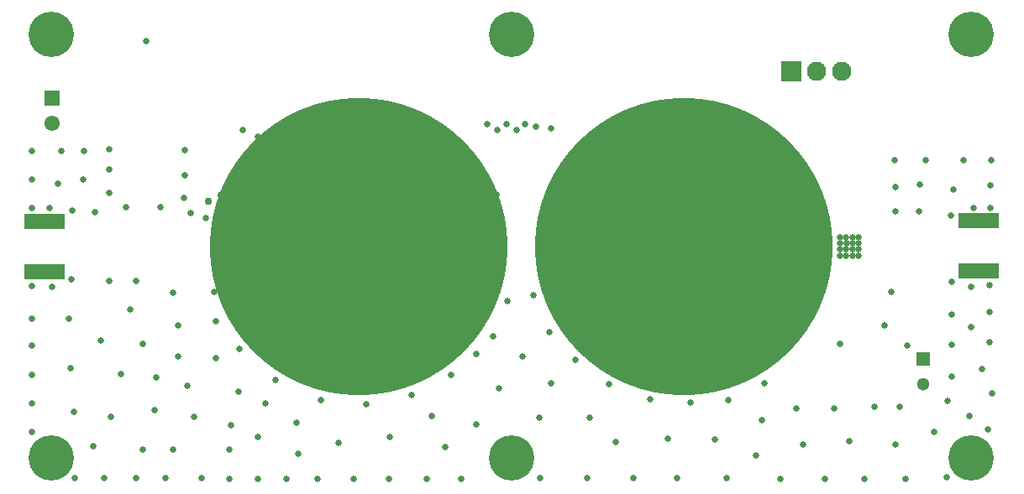
<source format=gbs>
%FSLAX33Y33*%
%MOMM*%
%AMRect-W4059999-H1520000-RO1.000*
21,1,4.059999,1.52,0.,0.,180*%
%AMRect-W1300000-H1300000-RO0.500*
21,1,1.3,1.3,0.,0.,270*%
%AMRect-W1950000-H1950000-RO0.500*
21,1,1.95,1.95,0.,0.,270*%
%ADD10C,0.635*%
%ADD11C,4.572*%
%ADD12C,0.762*%
%ADD13Rect-W4059999-H1520000-RO1.000*%
%ADD14R,1.55X1.55*%
%ADD15C,1.55*%
%ADD16C,1.3*%
%ADD17Rect-W1300000-H1300000-RO0.500*%
%ADD18C,30.*%
%ADD19C,1.524*%
%ADD20R,4.059999X1.52*%
%ADD21C,1.95*%
%ADD22Rect-W1950000-H1950000-RO0.500*%
D10*
%LNbottom solder mask_traces*%
G01*
X82660Y24130D03*
X69475Y16325D03*
X19750Y16925D03*
X4950Y17125D03*
X6450Y34100D03*
X88650Y8250D03*
X19750Y13125D03*
X47065Y36802D03*
D11*
X3125Y3125D03*
D10*
X93400Y1150D03*
X83910Y24760D03*
X42050Y16550D03*
X8975Y34200D03*
X8125Y14950D03*
X93850Y27550D03*
X17550Y7275D03*
X66075Y19725D03*
X9150Y7200D03*
X52350Y7150D03*
X14143Y28375D03*
X16575Y34150D03*
X14650Y1050D03*
X46000Y13600D03*
X78925Y4400D03*
X18713Y27333D03*
X82675Y14600D03*
X33125Y13250D03*
X22000Y9800D03*
X15450Y3950D03*
X24750Y8600D03*
X96925Y12050D03*
X12325Y3950D03*
D12*
X20257Y29600D03*
D10*
X18250Y1050D03*
D11*
X49500Y45875D03*
D10*
X84510Y23530D03*
X85075Y1000D03*
X44475Y0950D03*
X1200Y5675D03*
X97525Y5950D03*
X1175Y28325D03*
X43450Y11475D03*
X25750Y10950D03*
X83260Y23530D03*
X93475Y8850D03*
X12675Y45200D03*
X60050Y4675D03*
X51725Y19475D03*
X5250Y28075D03*
D12*
X45800Y29650D03*
D10*
X2925Y28325D03*
X1200Y8625D03*
X40125Y19875D03*
X26775Y36325D03*
X1200Y11425D03*
X87775Y19825D03*
X97750Y30600D03*
D11*
X95875Y3125D03*
D10*
X83525Y4750D03*
X74125Y3325D03*
X20257Y23150D03*
X71675Y14075D03*
X61800Y1075D03*
X93925Y11275D03*
X19525Y19850D03*
X57150Y1075D03*
X39325Y14350D03*
X10150Y11550D03*
X83910Y25360D03*
X21250Y6350D03*
X82660Y24760D03*
X89275Y1000D03*
X10650Y28375D03*
X40950Y0950D03*
X32075Y4650D03*
X90575Y27975D03*
X4150Y34100D03*
X62925Y13950D03*
X47675Y15400D03*
X97875Y33100D03*
X87100Y16475D03*
X91275Y33150D03*
X97725Y17800D03*
X97725Y14800D03*
X49000Y36802D03*
X63475Y9050D03*
D12*
X47175Y27725D03*
D11*
X49500Y3125D03*
D10*
X83910Y23530D03*
X82050Y8075D03*
X75000Y10600D03*
X21710Y27333D03*
X71400Y8950D03*
X3775Y30800D03*
X16575Y31650D03*
X32525Y19875D03*
X16475Y29300D03*
X70000Y4950D03*
X29150Y19875D03*
X90650Y30725D03*
X11675Y20950D03*
X13725Y11250D03*
X82660Y23530D03*
X67550Y12875D03*
X95650Y7350D03*
X59350Y10525D03*
X36125Y19875D03*
X84510Y24130D03*
X11075Y18075D03*
X41450Y7350D03*
X8450Y1050D03*
X67550Y8650D03*
X26550Y34950D03*
X25250Y19875D03*
X65250Y5050D03*
X78200Y8075D03*
X34850Y8475D03*
X11650Y1050D03*
X48025Y29650D03*
X30950Y16525D03*
X88100Y33150D03*
X83300Y24760D03*
D12*
X43500Y29550D03*
D10*
X1200Y17125D03*
X1225Y31225D03*
X83910Y24130D03*
X88250Y4400D03*
X93925Y17600D03*
X49125Y18950D03*
X22450Y36200D03*
X15375Y19750D03*
X93925Y14550D03*
X16875Y10400D03*
X5050Y12125D03*
D11*
X95875Y45875D03*
D10*
X23925Y35529D03*
X61875Y19725D03*
X71200Y1075D03*
D12*
X43950Y27825D03*
D10*
X26875Y0950D03*
X13525Y7950D03*
X5525Y1050D03*
X45950Y6475D03*
X27875Y6675D03*
X53525Y10650D03*
X97750Y28300D03*
X21075Y3950D03*
X95050Y33100D03*
X52400Y1075D03*
X37150Y17000D03*
D11*
X3125Y45875D03*
D10*
X44407Y19875D03*
X84510Y25360D03*
X94025Y30150D03*
X37250Y5200D03*
X74750Y6925D03*
X8975Y32250D03*
X22125Y14075D03*
X66250Y1075D03*
X7350Y4275D03*
X76600Y1000D03*
X12375Y14575D03*
D12*
X21986Y28950D03*
D10*
X83260Y24130D03*
X42875Y4150D03*
X1225Y34100D03*
X15900Y13325D03*
X93925Y20850D03*
X1200Y20450D03*
X21075Y0950D03*
X96075Y28300D03*
X57400Y7150D03*
X83260Y25360D03*
X97950Y9600D03*
X8975Y29850D03*
X3250Y20350D03*
X1200Y14425D03*
X5400Y7750D03*
X53525Y36375D03*
X25275Y35975D03*
X6350Y31225D03*
X48275Y10150D03*
X17225Y27775D03*
X59475Y16350D03*
X89425Y14400D03*
X92125Y5675D03*
X50650Y13350D03*
X56000Y13000D03*
X50050Y36150D03*
X82660Y25360D03*
X88250Y27975D03*
X97725Y20550D03*
X50925Y36802D03*
X29950Y0950D03*
X95875Y20325D03*
X81150Y1000D03*
X52000Y36500D03*
X95875Y16275D03*
X48100Y36150D03*
X28325Y36225D03*
X45550Y23075D03*
X24000Y5200D03*
X33650Y0950D03*
X56675Y19875D03*
X5175Y21090D03*
D12*
X18950Y28950D03*
D10*
X8950Y20950D03*
X28000Y3475D03*
X27275Y15525D03*
X30275Y8925D03*
X7540Y27850D03*
X65125Y16875D03*
X39475Y9475D03*
X37150Y0950D03*
X86100Y8250D03*
X24000Y0950D03*
X53325Y15800D03*
X88250Y30390D03*
X15900Y16450D03*
X84510Y24760D03*
%LNbottom solder mask component aeb48a4b1f8da947*%
D13*
X96570Y27040D03*
X96570Y21960D03*
%LNbottom solder mask component 31ef27b915e3d59f*%
D14*
X3175Y39390D03*
D15*
X3175Y36850D03*
%LNbottom solder mask component 71e9bb1bca40385d*%
D16*
X91050Y10555D03*
D17*
X91050Y13095D03*
%LNbottom solder mask component e4f571294357a45e*%
D18*
X34150Y24400D03*
D19*
X27800Y24400D03*
X40500Y24400D03*
%LNbottom solder mask component 0a39ebfe723b63b2*%
D18*
X66925Y24425D03*
D19*
X60575Y24425D03*
X73275Y24425D03*
%LNbottom solder mask component 2e5a51aab9dd6953*%
D20*
X2455Y21850D03*
X2455Y26930D03*
%LNbottom solder mask component 30800a0eeb3590a6*%
D21*
X80275Y42075D03*
X82815Y42075D03*
D22*
X77735Y42075D03*
M02*
</source>
